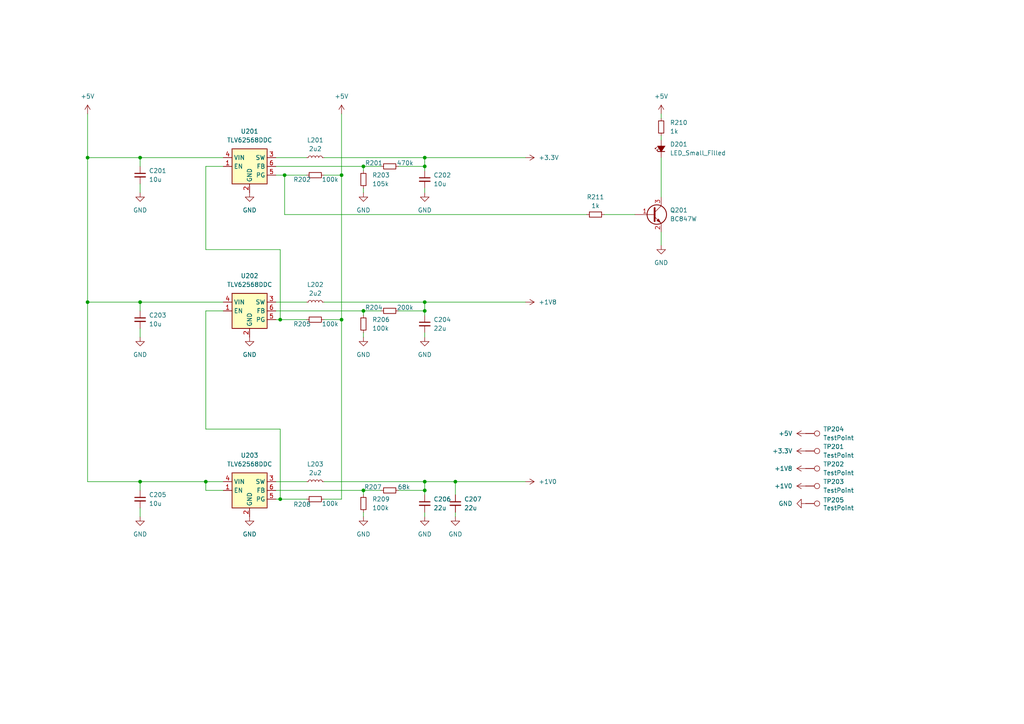
<source format=kicad_sch>
(kicad_sch (version 20250114) (generator "eeschema") (generator_version "9.0")
  (paper "A4")
  (lib_symbols
    (symbol "Connector:TestPoint" (pin_numbers (hide yes)) (pin_names (offset 0.762) (hide yes))
      (property "Reference" "TP" (at 0 6.858 0))
      (property "Value" "TestPoint" (at 0 5.08 0))
      (symbol "TestPoint_0_1"
        (circle (center 0 3.302) (radius 0.762))
      )
      (symbol "TestPoint_1_1"
        (pin passive line (at 0 0 90) (length 2.54) (name "1") (number "1"))
      )
    )
    (symbol "Device:C_Small" (pin_numbers (hide yes)) (pin_names (offset 0.254) (hide yes))
      (property "Reference" "C" (at 0.254 1.778 0))
      (property "Value" "C_Small" (at 0.254 -2.032 0))
      (symbol "C_Small_0_1"
        (polyline (pts (xy -1.524 0.508) (xy 1.524 0.508)) (stroke (width 0.3048)))
        (polyline (pts (xy -1.524 -0.508) (xy 1.524 -0.508)) (stroke (width 0.3302)))
      )
      (symbol "C_Small_1_1"
        (pin passive line (at 0 2.54 270) (length 2.032) (name "~") (number "1"))
        (pin passive line (at 0 -2.54 90) (length 2.032) (name "~") (number "2"))
      )
    )
    (symbol "Device:LED_Small_Filled" (pin_numbers (hide yes)) (pin_names (offset 0.254) (hide yes))
      (property "Reference" "D" (at -1.27 3.175 0))
      (property "Value" "LED_Small_Filled" (at -4.445 -2.54 0))
      (symbol "LED_Small_Filled_0_1"
        (polyline (pts (xy -0.762 -1.016) (xy -0.762 1.016)) (stroke (width 0.254)))
        (polyline (pts (xy 0 0.762) (xy -0.508 1.27) (xy -0.254 1.27) (xy -0.508 1.27) (xy -0.508 1.016)))
        (polyline (pts (xy 0.508 1.27) (xy 0 1.778) (xy 0.254 1.778) (xy 0 1.778) (xy 0 1.524)))
        (polyline (pts (xy 0.762 -1.016) (xy -0.762 0) (xy 0.762 1.016) (xy 0.762 -1.016)) (stroke (width 0.254)) (fill (type outline)))
        (polyline (pts (xy 1.016 0) (xy -0.762 0)))
      )
      (symbol "LED_Small_Filled_1_1"
        (pin passive line (at -2.54 0 0) (length 1.778) (name "K") (number "1"))
        (pin passive line (at 2.54 0 180) (length 1.778) (name "A") (number "2"))
      )
    )
    (symbol "Device:L_Small" (pin_numbers (hide yes)) (pin_names (offset 0.254) (hide yes))
      (property "Reference" "L" (at 0.762 1.016 0))
      (property "Value" "L_Small" (at 0.762 -1.016 0))
      (symbol "L_Small_0_1"
        (arc (start 0 2.032) (mid 0.5058 1.524) (end 0 1.016))
        (arc (start 0 1.016) (mid 0.5058 0.508) (end 0 0))
        (arc (start 0 0) (mid 0.5058 -0.508) (end 0 -1.016))
        (arc (start 0 -1.016) (mid 0.5058 -1.524) (end 0 -2.032))
      )
      (symbol "L_Small_1_1"
        (pin passive line (at 0 2.54 270) (length 0.508) (name "~") (number "1"))
        (pin passive line (at 0 -2.54 90) (length 0.508) (name "~") (number "2"))
      )
    )
    (symbol "Device:R_Small" (pin_numbers (hide yes)) (pin_names (offset 0.254) (hide yes))
      (property "Reference" "R" (at 0.762 0.508 0))
      (property "Value" "R_Small" (at 0.762 -1.016 0))
      (symbol "R_Small_0_1"
        (rectangle (start -0.762 1.778) (end 0.762 -1.778) (stroke (width 0.2032)))
      )
      (symbol "R_Small_1_1"
        (pin passive line (at 0 2.54 270) (length 0.762) (name "~") (number "1"))
        (pin passive line (at 0 -2.54 90) (length 0.762) (name "~") (number "2"))
      )
    )
    (symbol "Regulator_Switching:TLV62568DDC"
      (property "Reference" "U" (at -5.08 6.35 0))
      (property "Value" "TLV62568DDC" (at 0 6.35 0))
      (symbol "TLV62568DDC_0_1"
        (rectangle (start -5.08 5.08) (end 5.08 -5.08) (stroke (width 0.254)) (fill (type background)))
      )
      (symbol "TLV62568DDC_1_1"
        (pin power_in line (at -7.62 2.54 0) (length 2.54) (name "VIN") (number "4"))
        (pin input line (at -7.62 0 0) (length 2.54) (name "EN") (number "1"))
        (pin power_in line (at 0 -7.62 90) (length 2.54) (name "GND") (number "2"))
        (pin power_out line (at 7.62 2.54 180) (length 2.54) (name "SW") (number "3"))
        (pin input line (at 7.62 0 180) (length 2.54) (name "FB") (number "6"))
        (pin open_collector line (at 7.62 -2.54 180) (length 2.54) (name "PG") (number "5"))
      )
    )
    (symbol "Transistor_BJT:BC847W" (pin_names (offset 0) (hide yes))
      (property "Reference" "Q" (at 5.08 1.905 0))
      (property "Value" "BC847W" (at 5.08 0 0))
      (symbol "BC847W_0_1"
        (polyline (pts (xy 0.635 1.905) (xy 0.635 -1.905) (xy 0.635 -1.905)) (stroke (width 0.508)))
        (polyline (pts (xy 0.635 0.635) (xy 2.54 2.54)))
        (polyline (pts (xy 0.635 -0.635) (xy 2.54 -2.54) (xy 2.54 -2.54)))
        (circle (center 1.27 0) (radius 2.8194) (stroke (width 0.254)))
        (polyline (pts (xy 1.27 -1.778) (xy 1.778 -1.27) (xy 2.286 -2.286) (xy 1.27 -1.778) (xy 1.27 -1.778)) (fill (type outline)))
      )
      (symbol "BC847W_1_1"
        (pin input line (at -5.08 0 0) (length 5.715) (name "B") (number "1"))
        (pin passive line (at 2.54 5.08 270) (length 2.54) (name "C") (number "3"))
        (pin passive line (at 2.54 -5.08 90) (length 2.54) (name "E") (number "2"))
      )
    )
    (symbol "power:+1V0" (power) (pin_names (offset 0))
      (property "Value" "+1V0" (at 0 3.556 0))
      (symbol "+1V0_0_1"
        (polyline (pts (xy -0.762 1.27) (xy 0 2.54)))
        (polyline (pts (xy 0 2.54) (xy 0.762 1.27)))
        (polyline (pts (xy 0 0) (xy 0 2.54)))
      )
      (symbol "+1V0_1_1"
        (pin power_in line (at 0 0 90) (length 0) (hide yes) (name "+1V0") (number "1"))
      )
    )
    (symbol "power:+1V8" (power) (pin_names (offset 0))
      (property "Value" "+1V8" (at 0 3.556 0))
      (symbol "+1V8_0_1"
        (polyline (pts (xy -0.762 1.27) (xy 0 2.54)))
        (polyline (pts (xy 0 2.54) (xy 0.762 1.27)))
        (polyline (pts (xy 0 0) (xy 0 2.54)))
      )
      (symbol "+1V8_1_1"
        (pin power_in line (at 0 0 90) (length 0) (hide yes) (name "+1V8") (number "1"))
      )
    )
    (symbol "power:+3.3V" (power) (pin_names (offset 0))
      (property "Value" "+3.3V" (at 0 3.556 0))
      (symbol "+3.3V_0_1"
        (polyline (pts (xy -0.762 1.27) (xy 0 2.54)))
        (polyline (pts (xy 0 2.54) (xy 0.762 1.27)))
        (polyline (pts (xy 0 0) (xy 0 2.54)))
      )
      (symbol "+3.3V_1_1"
        (pin power_in line (at 0 0 90) (length 0) (hide yes) (name "+3.3V") (number "1"))
      )
    )
    (symbol "power:+5V" (power) (pin_names (offset 0))
      (property "Value" "+5V" (at 0 3.556 0))
      (symbol "+5V_0_1"
        (polyline (pts (xy -0.762 1.27) (xy 0 2.54)))
        (polyline (pts (xy 0 2.54) (xy 0.762 1.27)))
        (polyline (pts (xy 0 0) (xy 0 2.54)))
      )
      (symbol "+5V_1_1"
        (pin power_in line (at 0 0 90) (length 0) (hide yes) (name "+5V") (number "1"))
      )
    )
    (symbol "power:GND" (power) (pin_names (offset 0))
      (property "Value" "GND" (at 0 -3.81 0))
      (symbol "GND_0_1"
        (polyline (pts (xy 0 0) (xy 0 -1.27) (xy 1.27 -1.27) (xy 0 -2.54) (xy -1.27 -1.27) (xy 0 -1.27)))
      )
      (symbol "GND_1_1"
        (pin power_in line (at 0 0 270) (length 0) (hide yes) (name "GND") (number "1"))
      )
    )
  )
  (junction (at 81.28 92.71))
  (junction (at 82.55 50.8))
  (junction (at 123.19 45.72))
  (junction (at 105.41 142.24))
  (junction (at 105.41 48.26))
  (junction (at 99.06 92.71))
  (junction (at 40.64 139.7))
  (junction (at 40.64 45.72))
  (junction (at 25.4 45.72))
  (junction (at 123.19 87.63))
  (junction (at 132.08 139.7))
  (junction (at 81.28 144.78))
  (junction (at 123.19 142.24))
  (junction (at 123.19 48.26))
  (junction (at 123.19 139.7))
  (junction (at 25.4 87.63))
  (junction (at 59.69 139.7))
  (junction (at 105.41 90.17))
  (junction (at 40.64 87.63))
  (junction (at 123.19 90.17))
  (junction (at 99.06 50.8))
  (wire (pts (xy 40.64 139.7) (xy 40.64 142.24)))
  (wire (pts (xy 132.08 139.7) (xy 152.4 139.7)))
  (wire (pts (xy 40.64 87.63) (xy 64.77 87.63)))
  (wire (pts (xy 105.41 142.24) (xy 105.41 143.51)))
  (wire (pts (xy 81.28 144.78) (xy 81.28 124.46)))
  (wire (pts (xy 105.41 54.61) (xy 105.41 55.88)))
  (wire (pts (xy 40.64 95.25) (xy 40.64 97.79)))
  (wire (pts (xy 105.41 96.52) (xy 105.41 97.79)))
  (wire (pts (xy 59.69 139.7) (xy 64.77 139.7)))
  (wire (pts (xy 81.28 72.39) (xy 59.69 72.39)))
  (wire (pts (xy 81.28 92.71) (xy 81.28 72.39)))
  (wire (pts (xy 25.4 87.63) (xy 25.4 139.7)))
  (wire (pts (xy 105.41 142.24) (xy 110.49 142.24)))
  (wire (pts (xy 105.41 48.26) (xy 105.41 49.53)))
  (wire (pts (xy 123.19 142.24) (xy 123.19 143.51)))
  (wire (pts (xy 115.57 142.24) (xy 123.19 142.24)))
  (wire (pts (xy 80.01 144.78) (xy 81.28 144.78)))
  (wire (pts (xy 105.41 48.26) (xy 110.49 48.26)))
  (wire (pts (xy 123.19 96.52) (xy 123.19 97.79)))
  (wire (pts (xy 93.98 87.63) (xy 123.19 87.63)))
  (wire (pts (xy 40.64 139.7) (xy 59.69 139.7)))
  (wire (pts (xy 93.98 144.78) (xy 99.06 144.78)))
  (wire (pts (xy 123.19 87.63) (xy 152.4 87.63)))
  (wire (pts (xy 80.01 139.7) (xy 88.9 139.7)))
  (wire (pts (xy 123.19 90.17) (xy 123.19 91.44)))
  (wire (pts (xy 81.28 144.78) (xy 88.9 144.78)))
  (wire (pts (xy 123.19 45.72) (xy 152.4 45.72)))
  (wire (pts (xy 93.98 45.72) (xy 123.19 45.72)))
  (wire (pts (xy 25.4 139.7) (xy 40.64 139.7)))
  (wire (pts (xy 40.64 53.34) (xy 40.64 55.88)))
  (wire (pts (xy 123.19 54.61) (xy 123.19 55.88)))
  (wire (pts (xy 80.01 92.71) (xy 81.28 92.71)))
  (wire (pts (xy 123.19 87.63) (xy 123.19 90.17)))
  (wire (pts (xy 82.55 50.8) (xy 82.55 62.23)))
  (wire (pts (xy 40.64 147.32) (xy 40.64 149.86)))
  (wire (pts (xy 115.57 90.17) (xy 123.19 90.17)))
  (wire (pts (xy 82.55 50.8) (xy 88.9 50.8)))
  (wire (pts (xy 115.57 48.26) (xy 123.19 48.26)))
  (wire (pts (xy 105.41 148.59) (xy 105.41 149.86)))
  (wire (pts (xy 175.26 62.23) (xy 184.15 62.23)))
  (wire (pts (xy 80.01 45.72) (xy 88.9 45.72)))
  (wire (pts (xy 80.01 87.63) (xy 88.9 87.63)))
  (wire (pts (xy 191.77 67.31) (xy 191.77 71.12)))
  (wire (pts (xy 123.19 48.26) (xy 123.19 49.53)))
  (wire (pts (xy 123.19 45.72) (xy 123.19 48.26)))
  (wire (pts (xy 132.08 139.7) (xy 132.08 143.51)))
  (wire (pts (xy 99.06 50.8) (xy 99.06 92.71)))
  (wire (pts (xy 132.08 148.59) (xy 132.08 149.86)))
  (wire (pts (xy 80.01 142.24) (xy 105.41 142.24)))
  (wire (pts (xy 123.19 139.7) (xy 132.08 139.7)))
  (wire (pts (xy 93.98 92.71) (xy 99.06 92.71)))
  (wire (pts (xy 123.19 139.7) (xy 123.19 142.24)))
  (wire (pts (xy 80.01 90.17) (xy 105.41 90.17)))
  (wire (pts (xy 40.64 45.72) (xy 64.77 45.72)))
  (wire (pts (xy 99.06 33.02) (xy 99.06 50.8)))
  (wire (pts (xy 80.01 48.26) (xy 105.41 48.26)))
  (wire (pts (xy 59.69 72.39) (xy 59.69 48.26)))
  (wire (pts (xy 25.4 45.72) (xy 25.4 87.63)))
  (wire (pts (xy 82.55 62.23) (xy 170.18 62.23)))
  (wire (pts (xy 191.77 45.72) (xy 191.77 57.15)))
  (wire (pts (xy 59.69 48.26) (xy 64.77 48.26)))
  (wire (pts (xy 40.64 45.72) (xy 40.64 48.26)))
  (wire (pts (xy 59.69 124.46) (xy 59.69 90.17)))
  (wire (pts (xy 191.77 39.37) (xy 191.77 40.64)))
  (wire (pts (xy 25.4 87.63) (xy 40.64 87.63)))
  (wire (pts (xy 40.64 87.63) (xy 40.64 90.17)))
  (wire (pts (xy 123.19 148.59) (xy 123.19 149.86)))
  (wire (pts (xy 105.41 90.17) (xy 110.49 90.17)))
  (wire (pts (xy 93.98 50.8) (xy 99.06 50.8)))
  (wire (pts (xy 59.69 142.24) (xy 59.69 139.7)))
  (wire (pts (xy 80.01 50.8) (xy 82.55 50.8)))
  (wire (pts (xy 81.28 92.71) (xy 88.9 92.71)))
  (wire (pts (xy 59.69 90.17) (xy 64.77 90.17)))
  (wire (pts (xy 191.77 33.02) (xy 191.77 34.29)))
  (wire (pts (xy 81.28 124.46) (xy 59.69 124.46)))
  (wire (pts (xy 93.98 139.7) (xy 123.19 139.7)))
  (wire (pts (xy 99.06 92.71) (xy 99.06 144.78)))
  (wire (pts (xy 105.41 90.17) (xy 105.41 91.44)))
  (wire (pts (xy 64.77 142.24) (xy 59.69 142.24)))
  (wire (pts (xy 25.4 45.72) (xy 40.64 45.72)))
  (wire (pts (xy 25.4 33.02) (xy 25.4 45.72)))
  (symbol (lib_id "power:GND") (at 123.19 55.88 0) (unit 1)
    (property "Reference" "#PWR0207" (effects (hide yes)))
    (property "Value" "GND" (at 123.19 60.96 0))
    (property "Description" "Power symbol creates a global label with name \"GND\" , ground" (effects (hide yes)))
  )
  (symbol (lib_id "power:+3.3V") (at 233.68 130.81 90) (unit 1)
    (property "Reference" "#PWR0224" (effects (hide yes)))
    (property "Value" "+3.3V" (at 229.87 130.8099 90) (effects (justify left)))
    (property "Description" "Power symbol creates a global label with name \"+3.3V\"" (effects (hide yes)))
  )
  (symbol (lib_id "power:GND") (at 40.64 55.88 0) (unit 1)
    (property "Reference" "#PWR0204" (effects (hide yes)))
    (property "Value" "GND" (at 40.64 60.96 0))
    (property "Description" "Power symbol creates a global label with name \"GND\" , ground" (effects (hide yes)))
  )
  (symbol (lib_id "power:+1V0") (at 233.68 140.97 90) (unit 1)
    (property "Reference" "#PWR0222" (effects (hide yes)))
    (property "Value" "+1V0" (at 229.87 140.9699 90) (effects (justify left)))
    (property "Description" "Power symbol creates a global label with name \"+1V0\"" (effects (hide yes)))
  )
  (symbol (lib_id "power:GND") (at 123.19 97.79 0) (unit 1)
    (property "Reference" "#PWR0212" (effects (hide yes)))
    (property "Value" "GND" (at 123.19 102.87 0))
    (property "Description" "Power symbol creates a global label with name \"GND\" , ground" (effects (hide yes)))
  )
  (symbol (lib_id "Device:R_Small") (at 113.03 142.24 90) (unit 1)
    (property "Reference" "R207" (at 110.744 141.986 90) (effects (justify left top)))
    (property "Value" "68k" (at 115.316 141.986 90) (effects (justify right top)))
    (property "Footprint" "Resistor_SMD:R_0402_1005Metric" (effects (hide yes)))
    (property "Description" "Resistor, small symbol" (effects (hide yes)))
    (property "Würth" "560112110035" (effects (hide yes)))
  )
  (symbol (lib_id "Device:C_Small") (at 40.64 92.71 0) (mirror y) (unit 1)
    (property "Reference" "C203" (at 43.18 91.4462 0) (effects (justify right)))
    (property "Value" "10u" (at 43.18 93.9862 0) (effects (justify right)))
    (property "Footprint" "Capacitor_SMD:C_1206_3216Metric" (effects (hide yes)))
    (property "Description" "Unpolarized capacitor, small symbol" (effects (hide yes)))
    (property "Würth" "885012208041" (effects (hide yes)))
  )
  (symbol (lib_id "Device:C_Small") (at 132.08 146.05 0) (unit 1)
    (property "Reference" "C207" (at 134.62 144.7862 0) (effects (justify left)))
    (property "Value" "22u" (at 134.62 147.3262 0) (effects (justify left)))
    (property "Footprint" "Capacitor_SMD:C_1206_3216Metric" (effects (hide yes)))
    (property "Description" "Unpolarized capacitor, small symbol" (effects (hide yes)))
    (property "Würth" "885012208018" (effects (hide yes)))
  )
  (symbol (lib_id "power:GND") (at 72.39 149.86 0) (unit 1)
    (property "Reference" "#PWR0215" (effects (hide yes)))
    (property "Value" "GND" (at 72.39 154.94 0))
    (property "Description" "Power symbol creates a global label with name \"GND\" , ground" (effects (hide yes)))
  )
  (symbol (lib_id "power:GND") (at 40.64 97.79 0) (unit 1)
    (property "Reference" "#PWR0209" (effects (hide yes)))
    (property "Value" "GND" (at 40.64 102.87 0))
    (property "Description" "Power symbol creates a global label with name \"GND\" , ground" (effects (hide yes)))
  )
  (symbol (lib_id "Device:R_Small") (at 105.41 93.98 0) (unit 1)
    (property "Reference" "R206" (at 107.95 92.7099 0) (effects (justify left)))
    (property "Value" "100k" (at 107.95 95.2499 0) (effects (justify left)))
    (property "Footprint" "Resistor_SMD:R_0402_1005Metric" (effects (hide yes)))
    (property "Description" "Resistor, small symbol" (effects (hide yes)))
    (property "Würth" "560112110019" (effects (hide yes)))
  )
  (symbol (lib_id "power:+5V") (at 233.68 125.73 90) (unit 1)
    (property "Reference" "#PWR0225" (effects (hide yes)))
    (property "Value" "+5V" (at 229.87 125.7299 90) (effects (justify left)))
    (property "Description" "Power symbol creates a global label with name \"+5V\"" (effects (hide yes)))
  )
  (symbol (lib_id "Device:R_Small") (at 91.44 50.8 90) (unit 1)
    (property "Reference" "R202" (at 87.63 52.07 90))
    (property "Value" "100k" (at 95.758 52.07 90))
    (property "Footprint" "Resistor_SMD:R_0402_1005Metric" (effects (hide yes)))
    (property "Description" "Resistor, small symbol" (effects (hide yes)))
    (property "Würth" "560112110019" (effects (hide yes)))
  )
  (symbol (lib_id "power:GND") (at 72.39 55.88 0) (unit 1)
    (property "Reference" "#PWR0205" (effects (hide yes)))
    (property "Value" "GND" (at 72.39 60.96 0))
    (property "Description" "Power symbol creates a global label with name \"GND\" , ground" (effects (hide yes)))
  )
  (symbol (lib_id "Device:R_Small") (at 105.41 146.05 0) (unit 1)
    (property "Reference" "R209" (at 107.95 144.7799 0) (effects (justify left)))
    (property "Value" "100k" (at 107.95 147.3199 0) (effects (justify left)))
    (property "Footprint" "Resistor_SMD:R_0402_1005Metric" (effects (hide yes)))
    (property "Description" "Resistor, small symbol" (effects (hide yes)))
    (property "Würth" "560112110019" (effects (hide yes)))
  )
  (symbol (lib_id "Device:LED_Small_Filled") (at 191.77 43.18 90) (unit 1)
    (property "Reference" "D201" (at 194.31 41.8464 90) (effects (justify right)))
    (property "Value" "LED_Small_Filled" (at 194.31 44.3864 90) (effects (justify right)))
    (property "Footprint" "Library:LED_0603_1608Metric" (effects (hide yes)))
    (property "Description" "Light emitting diode, small symbol, filled shape" (effects (hide yes)))
    (property "Würth" "150060AS75000" (effects (hide yes)))
  )
  (symbol (lib_id "Device:C_Small") (at 123.19 146.05 0) (unit 1)
    (property "Reference" "C206" (at 125.73 144.7862 0) (effects (justify left)))
    (property "Value" "22u" (at 125.73 147.3262 0) (effects (justify left)))
    (property "Footprint" "Capacitor_SMD:C_1206_3216Metric" (effects (hide yes)))
    (property "Description" "Unpolarized capacitor, small symbol" (effects (hide yes)))
    (property "Würth" "885012208018" (effects (hide yes)))
  )
  (symbol (lib_id "Regulator_Switching:TLV62568DDC") (at 72.39 90.17 0) (unit 1)
    (property "Reference" "U202" (at 72.39 80.01 0))
    (property "Value" "TLV62568DDC" (at 72.39 82.55 0))
    (property "Footprint" "Package_TO_SOT_SMD:SOT-23-6" (effects (hide yes)))
    (property "Datasheet" "http://www.ti.com/lit/ds/symlink/tlv62568.pdf" (effects (hide yes)))
    (property "Description" "High Efficiency Synchronous Buck Converter, Adjustable Output 0.6V-5.5V, 1A, SOT-23-6" (effects (hide yes)))
    (property "Würth" "-" (effects (hide yes)))
  )
  (symbol (lib_id "Device:R_Small") (at 191.77 36.83 180) (unit 1)
    (property "Reference" "R210" (at 194.31 35.5599 0) (effects (justify right)))
    (property "Value" "1k" (at 194.31 38.0999 0) (effects (justify right)))
    (property "Footprint" "Resistor_SMD:R_0402_1005Metric" (effects (hide yes)))
    (property "Description" "Resistor, small symbol" (effects (hide yes)))
    (property "Würth" "560112110012" (effects (hide yes)))
  )
  (symbol (lib_id "power:+5V") (at 25.4 33.02 0) (unit 1)
    (property "Reference" "#PWR0201" (effects (hide yes)))
    (property "Value" "+5V" (at 25.4 27.94 0))
    (property "Description" "Power symbol creates a global label with name \"+5V\"" (effects (hide yes)))
  )
  (symbol (lib_id "power:+5V") (at 191.77 33.02 0) (unit 1)
    (property "Reference" "#PWR0220" (effects (hide yes)))
    (property "Value" "+5V" (at 191.77 27.94 0))
    (property "Description" "Power symbol creates a global label with name \"+5V\"" (effects (hide yes)))
  )
  (symbol (lib_id "Device:R_Small") (at 113.03 48.26 270) (unit 1)
    (property "Reference" "R201" (at 110.998 48.006 90) (effects (justify right bottom)))
    (property "Value" "470k" (at 115.062 48.006 90) (effects (justify left bottom)))
    (property "Footprint" "Resistor_SMD:R_0402_1005Metric" (effects (hide yes)))
    (property "Description" "Resistor, small symbol" (effects (hide yes)))
    (property "Würth" "560112110166" (effects (hide yes)))
  )
  (symbol (lib_id "Regulator_Switching:TLV62568DDC") (at 72.39 142.24 0) (unit 1)
    (property "Reference" "U203" (at 72.39 132.08 0))
    (property "Value" "TLV62568DDC" (at 72.39 134.62 0))
    (property "Footprint" "Package_TO_SOT_SMD:SOT-23-6" (effects (hide yes)))
    (property "Datasheet" "http://www.ti.com/lit/ds/symlink/tlv62568.pdf" (effects (hide yes)))
    (property "Description" "High Efficiency Synchronous Buck Converter, Adjustable Output 0.6V-5.5V, 1A, SOT-23-6" (effects (hide yes)))
    (property "Würth" "-" (effects (hide yes)))
  )
  (symbol (lib_id "Device:R_Small") (at 91.44 92.71 90) (unit 1)
    (property "Reference" "R205" (at 87.63 93.98 90))
    (property "Value" "100k" (at 95.758 93.98 90))
    (property "Footprint" "Resistor_SMD:R_0402_1005Metric" (effects (hide yes)))
    (property "Description" "Resistor, small symbol" (effects (hide yes)))
    (property "Würth" "560112110019" (effects (hide yes)))
  )
  (symbol (lib_id "Device:C_Small") (at 123.19 52.07 0) (unit 1)
    (property "Reference" "C202" (at 125.73 50.8062 0) (effects (justify left)))
    (property "Value" "10u" (at 125.73 53.3462 0) (effects (justify left)))
    (property "Footprint" "Capacitor_SMD:C_1206_3216Metric" (effects (hide yes)))
    (property "Description" "Unpolarized capacitor, small symbol" (effects (hide yes)))
    (property "Würth" "885012208041" (effects (hide yes)))
  )
  (symbol (lib_id "power:+1V8") (at 233.68 135.89 90) (unit 1)
    (property "Reference" "#PWR0223" (effects (hide yes)))
    (property "Value" "+1V8" (at 229.87 135.8899 90) (effects (justify left)))
    (property "Description" "Power symbol creates a global label with name \"+1V8\"" (effects (hide yes)))
  )
  (symbol (lib_id "power:GND") (at 105.41 55.88 0) (unit 1)
    (property "Reference" "#PWR0206" (effects (hide yes)))
    (property "Value" "GND" (at 105.41 60.96 0))
    (property "Description" "Power symbol creates a global label with name \"GND\" , ground" (effects (hide yes)))
  )
  (symbol (lib_id "Device:R_Small") (at 91.44 144.78 90) (unit 1)
    (property "Reference" "R208" (at 87.63 146.304 90))
    (property "Value" "100k" (at 95.758 146.05 90))
    (property "Footprint" "Resistor_SMD:R_0402_1005Metric" (effects (hide yes)))
    (property "Description" "Resistor, small symbol" (effects (hide yes)))
    (property "Würth" "560112110019" (effects (hide yes)))
  )
  (symbol (lib_id "power:GND") (at 123.19 149.86 0) (unit 1)
    (property "Reference" "#PWR0217" (effects (hide yes)))
    (property "Value" "GND" (at 123.19 154.94 0))
    (property "Description" "Power symbol creates a global label with name \"GND\" , ground" (effects (hide yes)))
  )
  (symbol (lib_id "Device:L_Small") (at 91.44 87.63 90) (unit 1)
    (property "Reference" "L202" (at 91.44 82.55 90))
    (property "Value" "2u2" (at 91.44 85.09 90))
    (property "Footprint" "Inductor_SMD:L_Bourns-SRN4018" (effects (hide yes)))
    (property "Description" "Inductor, small symbol" (effects (hide yes)))
    (property "Würth" "74437324022" (effects (hide yes)))
  )
  (symbol (lib_id "power:GND") (at 132.08 149.86 0) (unit 1)
    (property "Reference" "#PWR0218" (effects (hide yes)))
    (property "Value" "GND" (at 132.08 154.94 0))
    (property "Description" "Power symbol creates a global label with name \"GND\" , ground" (effects (hide yes)))
  )
  (symbol (lib_id "power:+5V") (at 99.06 33.02 0) (unit 1)
    (property "Reference" "#PWR0202" (effects (hide yes)))
    (property "Value" "+5V" (at 99.06 27.94 0))
    (property "Description" "Power symbol creates a global label with name \"+5V\"" (effects (hide yes)))
  )
  (symbol (lib_id "Device:R_Small") (at 172.72 62.23 90) (unit 1)
    (property "Reference" "R211" (at 172.72 57.15 90))
    (property "Value" "1k" (at 172.72 59.69 90))
    (property "Footprint" "Resistor_SMD:R_0402_1005Metric" (effects (hide yes)))
    (property "Description" "Resistor, small symbol" (effects (hide yes)))
    (property "Würth" "560112110012" (effects (hide yes)))
  )
  (symbol (lib_id "Connector:TestPoint") (at 233.68 130.81 270) (unit 1)
    (property "Reference" "TP201" (at 238.76 129.5399 90) (effects (justify left)))
    (property "Value" "TestPoint" (at 238.76 132.0799 90) (effects (justify left)))
    (property "Footprint" "TestPoint:TestPoint_THTPad_D2.0mm_Drill1.0mm" (effects (hide yes)))
    (property "Description" "test point" (effects (hide yes)))
    (property "Würth" "-" (effects (hide yes)))
  )
  (symbol (lib_id "power:GND") (at 191.77 71.12 0) (unit 1)
    (property "Reference" "#PWR0219" (effects (hide yes)))
    (property "Value" "GND" (at 191.77 76.2 0))
    (property "Description" "Power symbol creates a global label with name \"GND\" , ground" (effects (hide yes)))
  )
  (symbol (lib_id "power:+3.3V") (at 152.4 45.72 270) (unit 1)
    (property "Reference" "#PWR0203" (effects (hide yes)))
    (property "Value" "+3.3V" (at 156.21 45.7199 90) (effects (justify left)))
    (property "Description" "Power symbol creates a global label with name \"+3.3V\"" (effects (hide yes)))
  )
  (symbol (lib_id "Connector:TestPoint") (at 233.68 140.97 270) (unit 1)
    (property "Reference" "TP203" (at 238.76 139.6999 90) (effects (justify left)))
    (property "Value" "TestPoint" (at 238.76 142.2399 90) (effects (justify left)))
    (property "Footprint" "TestPoint:TestPoint_THTPad_D2.0mm_Drill1.0mm" (effects (hide yes)))
    (property "Description" "test point" (effects (hide yes)))
    (property "Würth" "-" (effects (hide yes)))
  )
  (symbol (lib_id "power:GND") (at 105.41 149.86 0) (unit 1)
    (property "Reference" "#PWR0216" (effects (hide yes)))
    (property "Value" "GND" (at 105.41 154.94 0))
    (property "Description" "Power symbol creates a global label with name \"GND\" , ground" (effects (hide yes)))
  )
  (symbol (lib_id "Device:L_Small") (at 91.44 45.72 90) (unit 1)
    (property "Reference" "L201" (at 91.44 40.64 90))
    (property "Value" "2u2" (at 91.44 43.18 90))
    (property "Footprint" "Inductor_SMD:L_Bourns-SRN4018" (effects (hide yes)))
    (property "Description" "Inductor, small symbol" (effects (hide yes)))
    (property "Würth" "74437324022" (effects (hide yes)))
  )
  (symbol (lib_id "Connector:TestPoint") (at 233.68 125.73 270) (unit 1)
    (property "Reference" "TP204" (at 238.76 124.4599 90) (effects (justify left)))
    (property "Value" "TestPoint" (at 238.76 126.9999 90) (effects (justify left)))
    (property "Footprint" "TestPoint:TestPoint_THTPad_D2.0mm_Drill1.0mm" (effects (hide yes)))
    (property "Description" "test point" (effects (hide yes)))
    (property "Würth" "-" (effects (hide yes)))
  )
  (symbol (lib_id "Device:R_Small") (at 105.41 52.07 0) (unit 1)
    (property "Reference" "R203" (at 107.95 50.7999 0) (effects (justify left)))
    (property "Value" "105k" (at 107.95 53.3399 0) (effects (justify left)))
    (property "Footprint" "Resistor_SMD:R_0402_1005Metric" (effects (hide yes)))
    (property "Description" "Resistor, small symbol" (effects (hide yes)))
    (property "Würth" "560112110183" (effects (hide yes)))
  )
  (symbol (lib_id "power:GND") (at 233.68 146.05 270) (unit 1)
    (property "Reference" "#PWR0221" (effects (hide yes)))
    (property "Value" "GND" (at 229.87 146.0499 90) (effects (justify right)))
    (property "Description" "Power symbol creates a global label with name \"GND\" , ground" (effects (hide yes)))
  )
  (symbol (lib_id "Device:C_Small") (at 123.19 93.98 0) (unit 1)
    (property "Reference" "C204" (at 125.73 92.7162 0) (effects (justify left)))
    (property "Value" "22u" (at 125.73 95.2562 0) (effects (justify left)))
    (property "Footprint" "Capacitor_SMD:C_1206_3216Metric" (effects (hide yes)))
    (property "Description" "Unpolarized capacitor, small symbol" (effects (hide yes)))
    (property "Würth" "885012208018" (effects (hide yes)))
  )
  (symbol (lib_id "Regulator_Switching:TLV62568DDC") (at 72.39 48.26 0) (unit 1)
    (property "Reference" "U201" (at 72.39 38.1 0))
    (property "Value" "TLV62568DDC" (at 72.39 40.64 0))
    (property "Footprint" "Package_TO_SOT_SMD:SOT-23-6" (effects (hide yes)))
    (property "Datasheet" "http://www.ti.com/lit/ds/symlink/tlv62568.pdf" (effects (hide yes)))
    (property "Description" "High Efficiency Synchronous Buck Converter, Adjustable Output 0.6V-5.5V, 1A, SOT-23-6" (effects (hide yes)))
    (property "Würth" "-" (effects (hide yes)))
  )
  (symbol (lib_id "Device:L_Small") (at 91.44 139.7 90) (unit 1)
    (property "Reference" "L203" (at 91.44 134.62 90))
    (property "Value" "2u2" (at 91.44 137.16 90))
    (property "Footprint" "Inductor_SMD:L_Bourns-SRN4018" (effects (hide yes)))
    (property "Description" "Inductor, small symbol" (effects (hide yes)))
    (property "Würth" "74437324022" (effects (hide yes)))
  )
  (symbol (lib_id "Device:C_Small") (at 40.64 144.78 0) (mirror y) (unit 1)
    (property "Reference" "C205" (at 43.18 143.5162 0) (effects (justify right)))
    (property "Value" "10u" (at 43.18 146.0562 0) (effects (justify right)))
    (property "Footprint" "Capacitor_SMD:C_1206_3216Metric" (effects (hide yes)))
    (property "Description" "Unpolarized capacitor, small symbol" (effects (hide yes)))
    (property "Würth" "885012208041" (effects (hide yes)))
  )
  (symbol (lib_id "Connector:TestPoint") (at 233.68 146.05 270) (unit 1)
    (property "Reference" "TP205" (at 238.76 145.034 90) (effects (justify left)))
    (property "Value" "TestPoint" (at 238.76 147.32 90) (effects (justify left)))
    (property "Footprint" "TestPoint:TestPoint_THTPad_D2.0mm_Drill1.0mm" (effects (hide yes)))
    (property "Description" "test point" (effects (hide yes)))
    (property "Würth" "-" (effects (hide yes)))
  )
  (symbol (lib_id "power:GND") (at 105.41 97.79 0) (unit 1)
    (property "Reference" "#PWR0211" (effects (hide yes)))
    (property "Value" "GND" (at 105.41 102.87 0))
    (property "Description" "Power symbol creates a global label with name \"GND\" , ground" (effects (hide yes)))
  )
  (symbol (lib_id "Connector:TestPoint") (at 233.68 135.89 270) (unit 1)
    (property "Reference" "TP202" (at 238.76 134.6199 90) (effects (justify left)))
    (property "Value" "TestPoint" (at 238.76 137.1599 90) (effects (justify left)))
    (property "Footprint" "TestPoint:TestPoint_THTPad_D2.0mm_Drill1.0mm" (effects (hide yes)))
    (property "Description" "test point" (effects (hide yes)))
    (property "Würth" "-" (effects (hide yes)))
  )
  (symbol (lib_id "power:+1V8") (at 152.4 87.63 270) (unit 1)
    (property "Reference" "#PWR0208" (effects (hide yes)))
    (property "Value" "+1V8" (at 156.21 87.6299 90) (effects (justify left)))
    (property "Description" "Power symbol creates a global label with name \"+1V8\"" (effects (hide yes)))
  )
  (symbol (lib_id "power:+1V0") (at 152.4 139.7 270) (unit 1)
    (property "Reference" "#PWR0213" (effects (hide yes)))
    (property "Value" "+1V0" (at 156.21 139.6999 90) (effects (justify left)))
    (property "Description" "Power symbol creates a global label with name \"+1V0\"" (effects (hide yes)))
  )
  (symbol (lib_id "power:GND") (at 72.39 97.79 0) (unit 1)
    (property "Reference" "#PWR0210" (effects (hide yes)))
    (property "Value" "GND" (at 72.39 102.87 0))
    (property "Description" "Power symbol creates a global label with name \"GND\" , ground" (effects (hide yes)))
  )
  (symbol (lib_id "Device:R_Small") (at 113.03 90.17 90) (unit 1)
    (property "Reference" "R204" (at 110.998 89.916 90) (effects (justify left top)))
    (property "Value" "200k" (at 115.062 89.916 90) (effects (justify right top)))
    (property "Footprint" "Resistor_SMD:R_0402_1005Metric" (effects (hide yes)))
    (property "Description" "Resistor, small symbol" (effects (hide yes)))
    (property "Würth" "560112110041" (effects (hide yes)))
  )
  (symbol (lib_id "power:GND") (at 40.64 149.86 0) (unit 1)
    (property "Reference" "#PWR0214" (effects (hide yes)))
    (property "Value" "GND" (at 40.64 154.94 0))
    (property "Description" "Power symbol creates a global label with name \"GND\" , ground" (effects (hide yes)))
  )
  (symbol (lib_id "Transistor_BJT:BC847W") (at 189.23 62.23 0) (unit 1)
    (property "Reference" "Q201" (at 194.31 60.9599 0) (effects (justify left)))
    (property "Value" "BC847W" (at 194.31 63.4999 0) (effects (justify left)))
    (property "Footprint" "Package_TO_SOT_SMD:SOT-23-3" (effects (hide yes)))
    (property "Datasheet" "http://www.infineon.com/dgdl/Infineon-BC847SERIES_BC848SERIES_BC849SERIES_BC850SERIES-DS-v01_01-en.pdf?fileId=db3a304314dca389011541d4630a1657" (effects (hide yes)))
    (property "Description" "0.1A Ic, 45V Vce, NPN Transistor, SOT-323" (effects (hide yes)))
    (property "Würth" "-" (effects (hide yes)))
  )
  (symbol (lib_id "Device:C_Small") (at 40.64 50.8 0) (mirror y) (unit 1)
    (property "Reference" "C201" (at 43.18 49.5362 0) (effects (justify right)))
    (property "Value" "10u" (at 43.18 52.0762 0) (effects (justify right)))
    (property "Footprint" "Capacitor_SMD:C_1206_3216Metric" (effects (hide yes)))
    (property "Description" "Unpolarized capacitor, small symbol" (effects (hide yes)))
    (property "Würth" "885012208041" (effects (hide yes)))
  )
)
</source>
